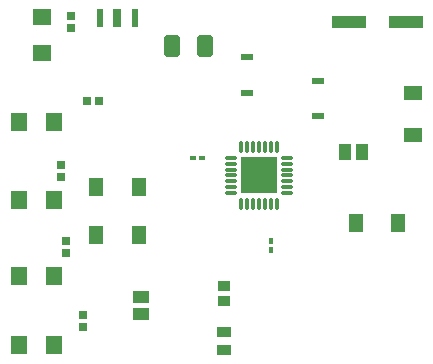
<source format=gtp>
G04*
G04 #@! TF.GenerationSoftware,Altium Limited,CircuitMaker,2.0.3 (51)*
G04*
G04 Layer_Color=7318015*
%FSLAX44Y44*%
%MOMM*%
G71*
G04*
G04 #@! TF.SameCoordinates,C8AC64B2-932A-4FD2-A93B-DAD22475A408*
G04*
G04*
G04 #@! TF.FilePolarity,Positive*
G04*
G01*
G75*
%ADD15R,0.6000X1.6000*%
%ADD16R,0.7000X1.5000*%
%ADD17R,2.9718X1.0160*%
%ADD18R,3.1500X3.1500*%
%ADD19O,0.3000X1.1500*%
%ADD20O,1.1500X0.3000*%
%ADD21R,1.4000X1.5000*%
%ADD22R,0.5000X0.4500*%
%ADD23R,0.6500X0.6500*%
%ADD24R,1.2000X1.6000*%
%ADD25R,1.5000X1.4000*%
%ADD26R,0.6500X0.6500*%
G04:AMPARAMS|DCode=27|XSize=1.8mm|YSize=1.3mm|CornerRadius=0.13mm|HoleSize=0mm|Usage=FLASHONLY|Rotation=270.000|XOffset=0mm|YOffset=0mm|HoleType=Round|Shape=RoundedRectangle|*
%AMROUNDEDRECTD27*
21,1,1.8000,1.0400,0,0,270.0*
21,1,1.5400,1.3000,0,0,270.0*
1,1,0.2600,-0.5200,-0.7700*
1,1,0.2600,-0.5200,0.7700*
1,1,0.2600,0.5200,0.7700*
1,1,0.2600,0.5200,-0.7700*
%
%ADD27ROUNDEDRECTD27*%
%ADD28R,1.0000X0.6000*%
%ADD29R,1.6000X1.2000*%
%ADD30R,1.1000X1.3500*%
%ADD31R,1.0000X0.9000*%
%ADD32R,1.3000X0.9000*%
%ADD33R,0.4500X0.5000*%
%ADD34R,1.3500X1.1000*%
D15*
X665000Y1033500D02*
D03*
X635000D02*
D03*
D16*
X650000Y1033000D02*
D03*
D17*
X845935Y1030000D02*
D03*
X894065D02*
D03*
D18*
X770000Y900000D02*
D03*
D19*
X755000Y924000D02*
D03*
X760000D02*
D03*
X765000D02*
D03*
X770000D02*
D03*
X775000D02*
D03*
X780000D02*
D03*
X785000D02*
D03*
Y876000D02*
D03*
X780000D02*
D03*
X775000D02*
D03*
X770000D02*
D03*
X765000D02*
D03*
X760000D02*
D03*
X755000D02*
D03*
D20*
X794000Y915000D02*
D03*
Y910000D02*
D03*
Y905000D02*
D03*
Y900000D02*
D03*
Y895000D02*
D03*
Y890000D02*
D03*
Y885000D02*
D03*
X746000D02*
D03*
Y890000D02*
D03*
Y895000D02*
D03*
Y900000D02*
D03*
Y905000D02*
D03*
Y910000D02*
D03*
Y915000D02*
D03*
D21*
X596660Y756158D02*
D03*
X566660D02*
D03*
X596660Y944880D02*
D03*
X566660D02*
D03*
X596406Y815086D02*
D03*
X566406D02*
D03*
X596660Y878840D02*
D03*
X566660D02*
D03*
D22*
X713800Y915162D02*
D03*
X721300D02*
D03*
D23*
X620776Y771478D02*
D03*
Y781478D02*
D03*
X606552Y834470D02*
D03*
Y844470D02*
D03*
X602234Y898986D02*
D03*
Y908986D02*
D03*
X611124Y1035224D02*
D03*
Y1025224D02*
D03*
D24*
X632000Y850000D02*
D03*
X668000D02*
D03*
Y890000D02*
D03*
X632000D02*
D03*
X888000Y860000D02*
D03*
X852000D02*
D03*
D25*
X586232Y1034048D02*
D03*
Y1004048D02*
D03*
D26*
X624492Y962914D02*
D03*
X634492D02*
D03*
D27*
X696000Y1010000D02*
D03*
X724000D02*
D03*
D28*
X760000Y1000000D02*
D03*
Y970000D02*
D03*
X820000Y980000D02*
D03*
Y950000D02*
D03*
D29*
X900000Y934000D02*
D03*
Y970000D02*
D03*
D30*
X857000Y920000D02*
D03*
X843000D02*
D03*
D31*
X740000Y793500D02*
D03*
Y806500D02*
D03*
D32*
Y767750D02*
D03*
Y752250D02*
D03*
D33*
X780034Y844236D02*
D03*
Y836736D02*
D03*
D34*
X670000Y797000D02*
D03*
Y783000D02*
D03*
M02*

</source>
